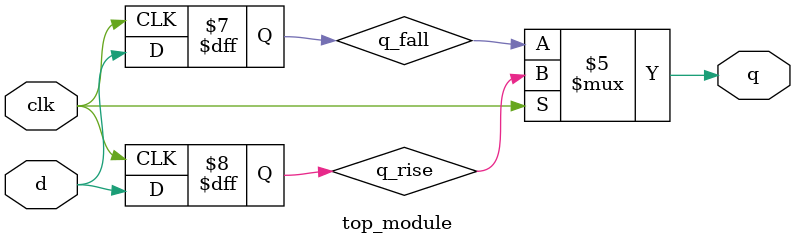
<source format=v>
module top_module (
    input clk,
    input d,
    output reg q
);

    reg q_rise, q_fall;

    // Rising-edge flip-flop
    always @(posedge clk) begin
        q_rise <= d;
    end

    // Falling-edge flip-flop
    always @(negedge clk) begin
        q_fall <= d;
    end

    // Multiplexer selects which flip-flop to use
    always @(*) begin
        if (clk)
            q = q_rise;  // during high phase, use rising-edge sampled value
        else
            q = q_fall;  // during low phase, use falling-edge sampled value
    end

endmodule

</source>
